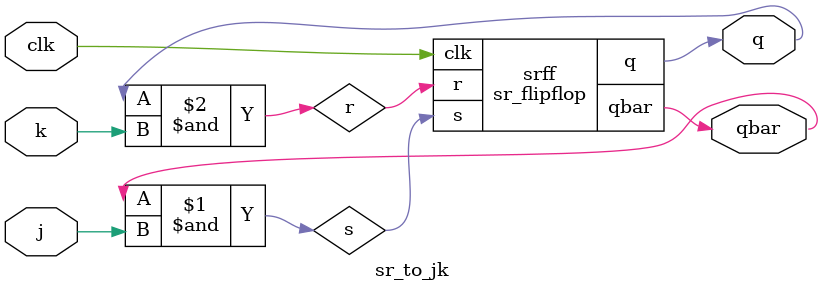
<source format=v>
module sr_flipflop( input clk, s, r,output reg q, qbar);

    always @(posedge clk) 
    begin
        q=1'b0;
        qbar = 1'b1;
        
        case ({s, r})
            2'b00: begin
                q <= q;
                qbar <= qbar;
            end
            2'b01: begin
                q <= 1'b0;
                qbar <= 1'b1;
            end
            2'b10: begin
                q <= 1'b1;
                qbar <= 1'b0;
            end
            2'b11: begin
                q <= 1'b1;
                qbar <= 1'b0;
            end
        endcase
    end
endmodule


module sr_to_jk(
    input clk,j,k,
    output q, qbar);

    wire s, r;
    
    assign s = qbar & j;
    assign r = q & k;

    sr_flipflop srff (clk, s, r, q, qbar);

endmodule
</source>
